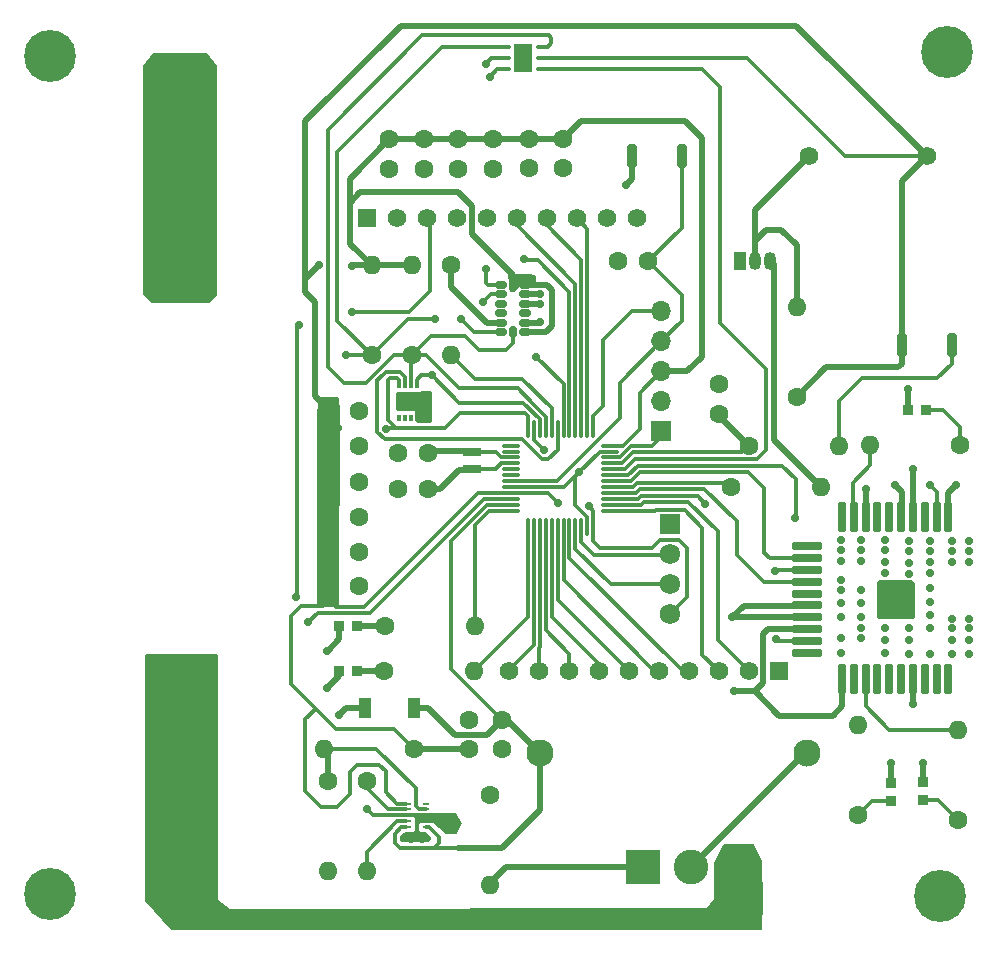
<source format=gtl>
G04 #@! TF.GenerationSoftware,KiCad,Pcbnew,8.0.8*
G04 #@! TF.CreationDate,2025-04-14T10:59:08+01:00*
G04 #@! TF.ProjectId,Bat-mon_v1,4261742d-6d6f-46e5-9f76-312e6b696361,rev?*
G04 #@! TF.SameCoordinates,Original*
G04 #@! TF.FileFunction,Copper,L1,Top*
G04 #@! TF.FilePolarity,Positive*
%FSLAX46Y46*%
G04 Gerber Fmt 4.6, Leading zero omitted, Abs format (unit mm)*
G04 Created by KiCad (PCBNEW 8.0.8) date 2025-04-14 10:59:08*
%MOMM*%
%LPD*%
G01*
G04 APERTURE LIST*
G04 Aperture macros list*
%AMRoundRect*
0 Rectangle with rounded corners*
0 $1 Rounding radius*
0 $2 $3 $4 $5 $6 $7 $8 $9 X,Y pos of 4 corners*
0 Add a 4 corners polygon primitive as box body*
4,1,4,$2,$3,$4,$5,$6,$7,$8,$9,$2,$3,0*
0 Add four circle primitives for the rounded corners*
1,1,$1+$1,$2,$3*
1,1,$1+$1,$4,$5*
1,1,$1+$1,$6,$7*
1,1,$1+$1,$8,$9*
0 Add four rect primitives between the rounded corners*
20,1,$1+$1,$2,$3,$4,$5,0*
20,1,$1+$1,$4,$5,$6,$7,0*
20,1,$1+$1,$6,$7,$8,$9,0*
20,1,$1+$1,$8,$9,$2,$3,0*%
G04 Aperture macros list end*
G04 #@! TA.AperFunction,SMDPad,CuDef*
%ADD10RoundRect,0.200000X-0.200000X-0.200000X0.200000X-0.200000X0.200000X0.200000X-0.200000X0.200000X0*%
G04 #@! TD*
G04 #@! TA.AperFunction,SMDPad,CuDef*
%ADD11RoundRect,0.175000X-0.175000X1.125000X-0.175000X-1.125000X0.175000X-1.125000X0.175000X1.125000X0*%
G04 #@! TD*
G04 #@! TA.AperFunction,SMDPad,CuDef*
%ADD12RoundRect,0.175000X-1.125000X-0.175000X1.125000X-0.175000X1.125000X0.175000X-1.125000X0.175000X0*%
G04 #@! TD*
G04 #@! TA.AperFunction,ComponentPad*
%ADD13C,0.700000*%
G04 #@! TD*
G04 #@! TA.AperFunction,ComponentPad*
%ADD14C,4.400000*%
G04 #@! TD*
G04 #@! TA.AperFunction,ComponentPad*
%ADD15C,1.600000*%
G04 #@! TD*
G04 #@! TA.AperFunction,ComponentPad*
%ADD16O,1.600000X1.600000*%
G04 #@! TD*
G04 #@! TA.AperFunction,SMDPad,CuDef*
%ADD17R,0.950000X0.950000*%
G04 #@! TD*
G04 #@! TA.AperFunction,SMDPad,CuDef*
%ADD18RoundRect,0.075000X-0.662500X-0.075000X0.662500X-0.075000X0.662500X0.075000X-0.662500X0.075000X0*%
G04 #@! TD*
G04 #@! TA.AperFunction,SMDPad,CuDef*
%ADD19RoundRect,0.075000X-0.075000X-0.662500X0.075000X-0.662500X0.075000X0.662500X-0.075000X0.662500X0*%
G04 #@! TD*
G04 #@! TA.AperFunction,ComponentPad*
%ADD20R,1.050000X1.500000*%
G04 #@! TD*
G04 #@! TA.AperFunction,ComponentPad*
%ADD21O,1.050000X1.500000*%
G04 #@! TD*
G04 #@! TA.AperFunction,SMDPad,CuDef*
%ADD22RoundRect,0.100000X-0.200000X-0.100000X0.200000X-0.100000X0.200000X0.100000X-0.200000X0.100000X0*%
G04 #@! TD*
G04 #@! TA.AperFunction,SMDPad,CuDef*
%ADD23R,1.500000X2.400000*%
G04 #@! TD*
G04 #@! TA.AperFunction,SMDPad,CuDef*
%ADD24R,0.300000X0.600000*%
G04 #@! TD*
G04 #@! TA.AperFunction,SMDPad,CuDef*
%ADD25R,1.600000X1.600000*%
G04 #@! TD*
G04 #@! TA.AperFunction,ComponentPad*
%ADD26C,1.580000*%
G04 #@! TD*
G04 #@! TA.AperFunction,SMDPad,CuDef*
%ADD27RoundRect,0.200000X0.200000X0.800000X-0.200000X0.800000X-0.200000X-0.800000X0.200000X-0.800000X0*%
G04 #@! TD*
G04 #@! TA.AperFunction,ComponentPad*
%ADD28C,2.300000*%
G04 #@! TD*
G04 #@! TA.AperFunction,ComponentPad*
%ADD29R,1.575000X1.575000*%
G04 #@! TD*
G04 #@! TA.AperFunction,ComponentPad*
%ADD30C,1.575000*%
G04 #@! TD*
G04 #@! TA.AperFunction,SMDPad,CuDef*
%ADD31R,5.200000X4.240000*%
G04 #@! TD*
G04 #@! TA.AperFunction,SMDPad,CuDef*
%ADD32R,3.300000X4.240000*%
G04 #@! TD*
G04 #@! TA.AperFunction,SMDPad,CuDef*
%ADD33RoundRect,0.200000X-0.200000X-0.800000X0.200000X-0.800000X0.200000X0.800000X-0.200000X0.800000X0*%
G04 #@! TD*
G04 #@! TA.AperFunction,SMDPad,CuDef*
%ADD34R,1.120000X1.720000*%
G04 #@! TD*
G04 #@! TA.AperFunction,ComponentPad*
%ADD35R,1.700000X1.700000*%
G04 #@! TD*
G04 #@! TA.AperFunction,ComponentPad*
%ADD36O,1.700000X1.700000*%
G04 #@! TD*
G04 #@! TA.AperFunction,SMDPad,CuDef*
%ADD37R,0.600000X0.250000*%
G04 #@! TD*
G04 #@! TA.AperFunction,SMDPad,CuDef*
%ADD38R,0.900000X0.250000*%
G04 #@! TD*
G04 #@! TA.AperFunction,SMDPad,CuDef*
%ADD39R,1.300000X0.250000*%
G04 #@! TD*
G04 #@! TA.AperFunction,SMDPad,CuDef*
%ADD40R,1.500000X0.800000*%
G04 #@! TD*
G04 #@! TA.AperFunction,ComponentPad*
%ADD41R,2.925000X2.925000*%
G04 #@! TD*
G04 #@! TA.AperFunction,ComponentPad*
%ADD42C,2.925000*%
G04 #@! TD*
G04 #@! TA.AperFunction,SMDPad,CuDef*
%ADD43RoundRect,0.150000X0.325000X0.150000X-0.325000X0.150000X-0.325000X-0.150000X0.325000X-0.150000X0*%
G04 #@! TD*
G04 #@! TA.AperFunction,SMDPad,CuDef*
%ADD44RoundRect,0.150000X0.150000X0.325000X-0.150000X0.325000X-0.150000X-0.325000X0.150000X-0.325000X0*%
G04 #@! TD*
G04 #@! TA.AperFunction,ComponentPad*
%ADD45R,1.725000X1.725000*%
G04 #@! TD*
G04 #@! TA.AperFunction,ComponentPad*
%ADD46C,1.725000*%
G04 #@! TD*
G04 #@! TA.AperFunction,ViaPad*
%ADD47C,0.700000*%
G04 #@! TD*
G04 #@! TA.AperFunction,Conductor*
%ADD48C,0.300000*%
G04 #@! TD*
G04 #@! TA.AperFunction,Conductor*
%ADD49C,0.500000*%
G04 #@! TD*
G04 #@! TA.AperFunction,Conductor*
%ADD50C,0.200000*%
G04 #@! TD*
G04 APERTURE END LIST*
D10*
X96290000Y-74100000D03*
X97290000Y-74100000D03*
X97290000Y-75100000D03*
X96290000Y-75100000D03*
X95290000Y-75100000D03*
X95290000Y-74100000D03*
X95290000Y-73100000D03*
X96290000Y-73100000D03*
X97290000Y-73100000D03*
D11*
X100700000Y-80800000D03*
X99700000Y-80800000D03*
X98700000Y-80800000D03*
X97700000Y-80800000D03*
X96700000Y-80800000D03*
X95700000Y-80800000D03*
X94700000Y-80800000D03*
X93700000Y-80800000D03*
X92700000Y-80800000D03*
X91700000Y-80800000D03*
D12*
X88700000Y-78600000D03*
X88700000Y-77600000D03*
X88700000Y-76600000D03*
X88700000Y-75600000D03*
X88700000Y-74600000D03*
X88700000Y-73600000D03*
X88700000Y-72600000D03*
X88700000Y-71600000D03*
X88700000Y-70600000D03*
X88700000Y-69600000D03*
D11*
X91700000Y-67100000D03*
X92700000Y-67100000D03*
X93700000Y-67100000D03*
X94700000Y-67100000D03*
X95700000Y-67100000D03*
X96700000Y-67100000D03*
X97700000Y-67100000D03*
X98700000Y-67100000D03*
X99700000Y-67100000D03*
X100700000Y-67100000D03*
D13*
X98350000Y-99200000D03*
X98833274Y-98033274D03*
X98833274Y-100366726D03*
X100000000Y-97550000D03*
D14*
X100000000Y-99200000D03*
D13*
X100000000Y-100850000D03*
X101166726Y-98033274D03*
X101166726Y-100366726D03*
X101650000Y-99200000D03*
D15*
X93026726Y-92336726D03*
D16*
X93026726Y-84716726D03*
D15*
X62866726Y-86791726D03*
X62866726Y-84291726D03*
D13*
X22966726Y-99066726D03*
X23450000Y-97900000D03*
X23450000Y-100233452D03*
X24616726Y-97416726D03*
D14*
X24616726Y-99066726D03*
D13*
X24616726Y-100716726D03*
X25783452Y-97900000D03*
X25783452Y-100233452D03*
X26266726Y-99066726D03*
D17*
X49126726Y-76366726D03*
X50626726Y-76366726D03*
D18*
X63704226Y-61066726D03*
X63704226Y-61566726D03*
X63704226Y-62066726D03*
X63704226Y-62566726D03*
X63704226Y-63066726D03*
X63704226Y-63566726D03*
X63704226Y-64066726D03*
X63704226Y-64566726D03*
X63704226Y-65066726D03*
X63704226Y-65566726D03*
X63704226Y-66066726D03*
X63704226Y-66566726D03*
D19*
X65116726Y-67979226D03*
X65616726Y-67979226D03*
X66116726Y-67979226D03*
X66616726Y-67979226D03*
X67116726Y-67979226D03*
X67616726Y-67979226D03*
X68116726Y-67979226D03*
X68616726Y-67979226D03*
X69116726Y-67979226D03*
X69616726Y-67979226D03*
X70116726Y-67979226D03*
X70616726Y-67979226D03*
D18*
X72029226Y-66566726D03*
X72029226Y-66066726D03*
X72029226Y-65566726D03*
X72029226Y-65066726D03*
X72029226Y-64566726D03*
X72029226Y-64066726D03*
X72029226Y-63566726D03*
X72029226Y-63066726D03*
X72029226Y-62566726D03*
X72029226Y-62066726D03*
X72029226Y-61566726D03*
X72029226Y-61066726D03*
D19*
X70616726Y-59654226D03*
X70116726Y-59654226D03*
X69616726Y-59654226D03*
X69116726Y-59654226D03*
X68616726Y-59654226D03*
X68116726Y-59654226D03*
X67616726Y-59654226D03*
X67116726Y-59654226D03*
X66616726Y-59654226D03*
X66116726Y-59654226D03*
X65616726Y-59654226D03*
X65116726Y-59654226D03*
D20*
X83076726Y-45426726D03*
D21*
X84346726Y-45426726D03*
X85616726Y-45426726D03*
D15*
X53006726Y-76366726D03*
D16*
X60626726Y-76366726D03*
D17*
X95876726Y-89626726D03*
X95876726Y-91126726D03*
D15*
X68066726Y-37566726D03*
X68066726Y-35066726D03*
X50816726Y-58116726D03*
X48316726Y-58116726D03*
X53366726Y-37616726D03*
X53366726Y-35116726D03*
X55466726Y-86716726D03*
D16*
X47846726Y-86716726D03*
D17*
X98566726Y-89576726D03*
X98566726Y-91076726D03*
D22*
X63316726Y-27316726D03*
X63316726Y-28266726D03*
X63316726Y-29216726D03*
X66116726Y-29216726D03*
X66116726Y-28266726D03*
X66116726Y-27316726D03*
D23*
X64716726Y-28266726D03*
D24*
X54216726Y-58716726D03*
X54716726Y-58716726D03*
X55216726Y-58716726D03*
X55716726Y-58716726D03*
X55716726Y-55916726D03*
X55216726Y-55916726D03*
X54716726Y-55916726D03*
X54216726Y-55916726D03*
D25*
X54966726Y-57316726D03*
D15*
X56616726Y-64716726D03*
X54116726Y-64716726D03*
X50816726Y-64116726D03*
X48316726Y-64116726D03*
X50816726Y-61116726D03*
X48316726Y-61116726D03*
X87866726Y-56926726D03*
D16*
X87866726Y-49306726D03*
D15*
X50766726Y-70066726D03*
X48266726Y-70066726D03*
X65216726Y-37566726D03*
X65216726Y-35066726D03*
X51866726Y-53426726D03*
D16*
X51866726Y-45806726D03*
D26*
X98866726Y-36566726D03*
X88866726Y-36566726D03*
D15*
X52946726Y-80116726D03*
D16*
X60566726Y-80116726D03*
D27*
X78116726Y-36566726D03*
X73916726Y-36566726D03*
D15*
X82266726Y-64566726D03*
D16*
X89886726Y-64566726D03*
D15*
X50766726Y-72966726D03*
X48266726Y-72966726D03*
D28*
X66116726Y-87066726D03*
X88716726Y-87066726D03*
D29*
X51436726Y-41816726D03*
D30*
X53976726Y-41816726D03*
X56516726Y-41816726D03*
X59056726Y-41816726D03*
X61596726Y-41816726D03*
X64136726Y-41816726D03*
X66676726Y-41816726D03*
X69216726Y-41816726D03*
X71756726Y-41816726D03*
X74296726Y-41816726D03*
D31*
X35616726Y-46316726D03*
D32*
X35616726Y-30306726D03*
D15*
X56266726Y-37616726D03*
X56266726Y-35116726D03*
X101726726Y-61016726D03*
D16*
X94106726Y-61016726D03*
D15*
X61916726Y-90606726D03*
D16*
X61916726Y-98226726D03*
D33*
X96766726Y-52566726D03*
X100966726Y-52566726D03*
D13*
X98916726Y-27766726D03*
X99400000Y-26600000D03*
X99400000Y-28933452D03*
X100566726Y-26116726D03*
D14*
X100566726Y-27766726D03*
D13*
X100566726Y-29416726D03*
X101733452Y-26600000D03*
X101733452Y-28933452D03*
X102216726Y-27766726D03*
D15*
X59166726Y-37616726D03*
X59166726Y-35116726D03*
D17*
X97316726Y-58016726D03*
X98816726Y-58016726D03*
D13*
X22966726Y-28116726D03*
X23450000Y-26950000D03*
X23450000Y-29283452D03*
X24616726Y-26466726D03*
D14*
X24616726Y-28116726D03*
D13*
X24616726Y-29766726D03*
X25783452Y-26950000D03*
X25783452Y-29283452D03*
X26266726Y-28116726D03*
D34*
X55491726Y-83266726D03*
X51341726Y-83266726D03*
D35*
X76366726Y-59856726D03*
D36*
X76366726Y-57316726D03*
X76366726Y-54776726D03*
X76366726Y-52236726D03*
X76366726Y-49696726D03*
D15*
X62166726Y-37616726D03*
X62166726Y-35116726D03*
D29*
X86346726Y-80166726D03*
D30*
X83806726Y-80166726D03*
X81266726Y-80166726D03*
X78726726Y-80166726D03*
X76186726Y-80166726D03*
X73646726Y-80166726D03*
X71106726Y-80166726D03*
X68566726Y-80166726D03*
X66026726Y-80166726D03*
X63486726Y-80166726D03*
D15*
X60116726Y-84291726D03*
X60116726Y-86791726D03*
X56616726Y-61716726D03*
X54116726Y-61716726D03*
X55266726Y-53426726D03*
D16*
X55266726Y-45806726D03*
D15*
X81266726Y-55866726D03*
X81266726Y-58366726D03*
D37*
X56466726Y-93366726D03*
X56466726Y-92866726D03*
X56466726Y-92366726D03*
X56466726Y-91866726D03*
X56466726Y-91366726D03*
D38*
X54816726Y-91366726D03*
X54816726Y-91866726D03*
D39*
X55016726Y-92366726D03*
D38*
X54816726Y-92866726D03*
X54816726Y-93366726D03*
D17*
X49126726Y-80116726D03*
X50626726Y-80116726D03*
D40*
X60366726Y-61566726D03*
X60366726Y-63066726D03*
D41*
X74886726Y-96716726D03*
D42*
X78886726Y-96716726D03*
X82886726Y-96716726D03*
D15*
X58616726Y-45756726D03*
D16*
X58616726Y-53376726D03*
D15*
X51466726Y-89496726D03*
D16*
X51466726Y-97116726D03*
D31*
X35616726Y-81306726D03*
D32*
X35616726Y-97316726D03*
D43*
X64816726Y-51466726D03*
X64816726Y-50666726D03*
X64816726Y-49866726D03*
X64816726Y-49066726D03*
X64816726Y-48266726D03*
X64816726Y-47466726D03*
D44*
X63816726Y-47466726D03*
D43*
X62816726Y-47466726D03*
X62816726Y-48266726D03*
X62816726Y-49066726D03*
X62816726Y-49866726D03*
X62816726Y-50666726D03*
X62816726Y-51466726D03*
D44*
X63816726Y-51466726D03*
D15*
X83806726Y-61066726D03*
D16*
X91426726Y-61066726D03*
D15*
X75266726Y-45466726D03*
X72766726Y-45466726D03*
X101516726Y-92736726D03*
D16*
X101516726Y-85116726D03*
D15*
X48216726Y-89496726D03*
D16*
X48216726Y-97116726D03*
D45*
X77116726Y-67736726D03*
D46*
X77116726Y-70276726D03*
X77116726Y-72816726D03*
X77116726Y-75356726D03*
D15*
X50766726Y-67066726D03*
X48266726Y-67066726D03*
D47*
X57266726Y-50316726D03*
X59416726Y-50316726D03*
X56966726Y-55116726D03*
X49716726Y-53416726D03*
X99166726Y-75400000D03*
X99166726Y-74266726D03*
X66116726Y-48266726D03*
X49066726Y-83866726D03*
X100966726Y-70916726D03*
X93316726Y-73316726D03*
X99166726Y-71866726D03*
X100966726Y-77550000D03*
X33516726Y-33366726D03*
X37816726Y-35366726D03*
X97300000Y-73100000D03*
X48066726Y-78416726D03*
X56166726Y-94341726D03*
X56516726Y-56866726D03*
X99166726Y-69100000D03*
X95876726Y-87976726D03*
X97300000Y-74100000D03*
X100966726Y-78666726D03*
X97366726Y-76516726D03*
X102466726Y-70916726D03*
X91616726Y-72416726D03*
X95300000Y-74100000D03*
X35566726Y-33366726D03*
X35566726Y-35366726D03*
X35566726Y-38266726D03*
X33516726Y-35366726D03*
X98566726Y-87976726D03*
X91616726Y-77316726D03*
X91616726Y-70866726D03*
X91616726Y-69050000D03*
X37816726Y-38266726D03*
X97366726Y-77516726D03*
X37816726Y-33366726D03*
X95316726Y-71866726D03*
X102466726Y-78666726D03*
X97366726Y-69966726D03*
X91616726Y-73316726D03*
X97366726Y-71916726D03*
X95300000Y-75100000D03*
X96300000Y-74100000D03*
X91616726Y-75566726D03*
X93316726Y-77316726D03*
X100966726Y-69966726D03*
X35566726Y-40766726D03*
X99166726Y-76516726D03*
X91616726Y-69916726D03*
X102466726Y-77550000D03*
X100966726Y-75716726D03*
X58766726Y-92641726D03*
X66466726Y-61416726D03*
X37816726Y-40766726D03*
X96300000Y-73100000D03*
X33516726Y-40766726D03*
X99166726Y-73116726D03*
X73366726Y-39016726D03*
X95316726Y-69916726D03*
X97700000Y-82900000D03*
X100966726Y-76516726D03*
X56516726Y-57716726D03*
X97366726Y-70966726D03*
X93316726Y-69050000D03*
X97366726Y-78666726D03*
X91616726Y-74366726D03*
X55166726Y-94341726D03*
X48066726Y-81616726D03*
X37816726Y-43266726D03*
X82516726Y-81866726D03*
X102466726Y-76516726D03*
X99166726Y-78666726D03*
X102466726Y-75716726D03*
X95316726Y-69050000D03*
X69416726Y-63333274D03*
X95316726Y-78616726D03*
X102466726Y-69966726D03*
X99166726Y-69966726D03*
X93316726Y-70866726D03*
X91616726Y-78616726D03*
X66116726Y-50616726D03*
X61866726Y-29866726D03*
X33516726Y-43266726D03*
X96300000Y-75100000D03*
X95316726Y-76466726D03*
X66116726Y-49066726D03*
X95316726Y-70916726D03*
X93700000Y-64700000D03*
X61566726Y-28716726D03*
X93316726Y-75566726D03*
X97316726Y-56266726D03*
X33516726Y-38266726D03*
X95316726Y-77516726D03*
X56516726Y-58616726D03*
X95300000Y-73100000D03*
X58541726Y-93416726D03*
X93316726Y-69916726D03*
X101350000Y-64400000D03*
X96150000Y-64400000D03*
X35566726Y-43266726D03*
X99166726Y-70916726D03*
X93316726Y-76466726D03*
X97366726Y-69100000D03*
X100966726Y-69100000D03*
X97300000Y-75100000D03*
X102466726Y-69100000D03*
X51516726Y-91866726D03*
X93316726Y-74366726D03*
X50216726Y-45816726D03*
X97666726Y-63016726D03*
X70266726Y-66216726D03*
X47416726Y-45766726D03*
X82366726Y-75616726D03*
X67633452Y-65900000D03*
X49016726Y-59566726D03*
X53066726Y-59616726D03*
X86141726Y-77416726D03*
X87716726Y-67216726D03*
X46516726Y-76016726D03*
X50166726Y-49716726D03*
X45466726Y-73866726D03*
X45691726Y-50841726D03*
X80116726Y-65966726D03*
X99116726Y-64366726D03*
X86016726Y-71716726D03*
X61316726Y-48916726D03*
X65766726Y-53566726D03*
X64766726Y-45266726D03*
X61516726Y-46116726D03*
D48*
X70616726Y-66566726D02*
X70616726Y-67979226D01*
X70266726Y-66216726D02*
X70616726Y-66566726D01*
X66800178Y-65066726D02*
X63704226Y-65066726D01*
X67633452Y-65900000D02*
X66800178Y-65066726D01*
X70116726Y-67138606D02*
X70116726Y-67979226D01*
X69066726Y-66088606D02*
X70116726Y-67138606D01*
X69416726Y-63333274D02*
X69066726Y-63683274D01*
X69416726Y-63333274D02*
X68183274Y-64566726D01*
X71183274Y-61566726D02*
X72029226Y-61566726D01*
X69416726Y-63333274D02*
X71183274Y-61566726D01*
X69066726Y-63683274D02*
X69066726Y-66088606D01*
X68183274Y-64566726D02*
X63704226Y-64566726D01*
D49*
X48200000Y-87070000D02*
X47846726Y-86716726D01*
X48216726Y-89496726D02*
X48200000Y-89480000D01*
X48200000Y-89480000D02*
X48200000Y-87070000D01*
X97700000Y-82900000D02*
X97700000Y-80850000D01*
D48*
X93700000Y-83100000D02*
X93700000Y-80900000D01*
X95716726Y-85116726D02*
X93700000Y-83100000D01*
X101516726Y-85116726D02*
X95716726Y-85116726D01*
D49*
X93700000Y-64700000D02*
X93700000Y-66733452D01*
X96750000Y-65000000D02*
X96750000Y-67283452D01*
X96150000Y-64400000D02*
X96750000Y-65000000D01*
X100700000Y-65050000D02*
X100700000Y-67383452D01*
X101350000Y-64400000D02*
X100700000Y-65050000D01*
D48*
X99700000Y-64950000D02*
X99700000Y-66733452D01*
X99116726Y-64366726D02*
X99700000Y-64950000D01*
D49*
X97666726Y-63016726D02*
X97700000Y-63050000D01*
X97700000Y-63050000D02*
X97700000Y-67283452D01*
X91700000Y-83133452D02*
X91700000Y-80900000D01*
X90916726Y-83916726D02*
X91700000Y-83133452D01*
X86366726Y-83916726D02*
X90916726Y-83916726D01*
X84316726Y-81866726D02*
X86366726Y-83916726D01*
X50626726Y-80116726D02*
X52946726Y-80116726D01*
X50626726Y-76366726D02*
X53006726Y-76366726D01*
D48*
X55866726Y-91866726D02*
X55616726Y-91616726D01*
X52266726Y-86716726D02*
X47846726Y-86716726D01*
X56466726Y-91866726D02*
X55866726Y-91866726D01*
X55616726Y-90066726D02*
X52266726Y-86716726D01*
X55616726Y-91616726D02*
X55616726Y-90066726D01*
X54816726Y-92866726D02*
X54041726Y-92866726D01*
X54041726Y-92866726D02*
X51466726Y-95441726D01*
X51466726Y-95441726D02*
X51466726Y-97116726D01*
X53291726Y-91866726D02*
X51466726Y-90041726D01*
X51466726Y-90041726D02*
X51466726Y-89496726D01*
X54816726Y-91866726D02*
X53291726Y-91866726D01*
X52966726Y-60516726D02*
X64563275Y-60516726D01*
X66842886Y-62225587D02*
X67616726Y-61451747D01*
X64563275Y-60516726D02*
X66272136Y-62225587D01*
X54716726Y-55266726D02*
X54266726Y-54816726D01*
X52813833Y-55076726D02*
X52806726Y-55076726D01*
X54266726Y-54816726D02*
X53073833Y-54816726D01*
X52366726Y-55516726D02*
X52366726Y-59916726D01*
X54716726Y-55916726D02*
X54716726Y-55266726D01*
X52806726Y-55076726D02*
X52366726Y-55516726D01*
X67616726Y-61451747D02*
X67616726Y-59654226D01*
X66272136Y-62225587D02*
X66842886Y-62225587D01*
X53073833Y-54816726D02*
X52813833Y-55076726D01*
X52366726Y-59916726D02*
X52966726Y-60516726D01*
X48966726Y-36216726D02*
X48966726Y-50516726D01*
X56966726Y-55116726D02*
X59266726Y-57416726D01*
X64719846Y-57416726D02*
X66116726Y-58813606D01*
X57066726Y-50316726D02*
X57266726Y-50316726D01*
X56066726Y-55116726D02*
X56966726Y-55116726D01*
X48966726Y-50516726D02*
X51866726Y-53416726D01*
X55716726Y-55466726D02*
X56066726Y-55116726D01*
X51856726Y-53416726D02*
X51866726Y-53426726D01*
X54976726Y-50316726D02*
X57066726Y-50316726D01*
X57866726Y-27316726D02*
X48966726Y-36216726D01*
X55716726Y-55916726D02*
X55716726Y-55466726D01*
X59416726Y-50316726D02*
X60566726Y-51466726D01*
X51866726Y-53426726D02*
X54976726Y-50316726D01*
X51866726Y-53416726D02*
X51866726Y-53426726D01*
X66116726Y-58813606D02*
X66116726Y-59654226D01*
X63316726Y-27316726D02*
X57866726Y-27316726D01*
X60566726Y-51466726D02*
X62816726Y-51466726D01*
X49716726Y-53416726D02*
X51856726Y-53416726D01*
X59266726Y-57416726D02*
X64719846Y-57416726D01*
X59266726Y-56216726D02*
X64226953Y-56216726D01*
X63266726Y-52966726D02*
X63816726Y-52416726D01*
X64226953Y-56216726D02*
X65526953Y-57516726D01*
X48166726Y-34316726D02*
X48166726Y-54366726D01*
X67066726Y-27016726D02*
X67066726Y-26516726D01*
X66616726Y-58606499D02*
X66616726Y-59654226D01*
X55216726Y-53476726D02*
X55266726Y-53426726D01*
X55256726Y-53416726D02*
X55266726Y-53426726D01*
X60966726Y-52966726D02*
X63266726Y-52966726D01*
X66116726Y-27316726D02*
X66766726Y-27316726D01*
X67066726Y-26516726D02*
X66866726Y-26316726D01*
X66866726Y-26316726D02*
X56166726Y-26316726D01*
X66766726Y-27316726D02*
X67066726Y-27016726D01*
X55266726Y-53426726D02*
X56926726Y-51766726D01*
X48166726Y-54366726D02*
X49566726Y-55766726D01*
X65526953Y-57516726D02*
X66616726Y-58606499D01*
X52599619Y-54576726D02*
X52606726Y-54576726D01*
X63816726Y-52416726D02*
X63816726Y-51466726D01*
X53766726Y-53416726D02*
X55256726Y-53416726D01*
X51409619Y-55766726D02*
X52599619Y-54576726D01*
X59766726Y-51766726D02*
X60966726Y-52966726D01*
X55216726Y-55916726D02*
X55216726Y-53476726D01*
X56166726Y-26316726D02*
X48166726Y-34316726D01*
X56926726Y-51766726D02*
X59766726Y-51766726D01*
X55266726Y-53426726D02*
X56476726Y-53426726D01*
X52606726Y-54576726D02*
X53766726Y-53416726D01*
X56476726Y-53426726D02*
X59266726Y-56216726D01*
X49566726Y-55766726D02*
X51409619Y-55766726D01*
X69616726Y-69266726D02*
X70666726Y-70316726D01*
X69616726Y-67979226D02*
X69616726Y-69266726D01*
X70666726Y-70316726D02*
X77076726Y-70316726D01*
X77076726Y-70316726D02*
X77116726Y-70276726D01*
X69116726Y-67979226D02*
X69116726Y-69816726D01*
X69116726Y-69816726D02*
X72116726Y-72816726D01*
X72116726Y-72816726D02*
X77116726Y-72816726D01*
X75946726Y-66524226D02*
X78374226Y-66524226D01*
X79866726Y-68016726D02*
X79866726Y-78766726D01*
X78374226Y-66524226D02*
X79866726Y-68016726D01*
X72029226Y-66566726D02*
X75904226Y-66566726D01*
X81266726Y-80166726D02*
X81536726Y-80166726D01*
X81536726Y-80166726D02*
X81686726Y-80016726D01*
X75904226Y-66566726D02*
X75946726Y-66524226D01*
X79866726Y-78766726D02*
X81266726Y-80166726D01*
X74902261Y-65816726D02*
X74652261Y-66066726D01*
X74652261Y-66066726D02*
X72029226Y-66066726D01*
X84226726Y-80016726D02*
X84076726Y-80166726D01*
X78666726Y-65816726D02*
X74902261Y-65816726D01*
X81166726Y-68316726D02*
X78666726Y-65816726D01*
X81166726Y-77526726D02*
X81166726Y-68316726D01*
X83806726Y-80166726D02*
X81166726Y-77526726D01*
X84076726Y-80166726D02*
X83806726Y-80166726D01*
X65616726Y-67979226D02*
X65616726Y-77929619D01*
X65616726Y-77929619D02*
X63486726Y-80059619D01*
X63486726Y-80059619D02*
X63486726Y-80166726D01*
X68566726Y-78666726D02*
X68566726Y-80166726D01*
X66616726Y-67979226D02*
X66616726Y-76716726D01*
X66616726Y-76716726D02*
X68566726Y-78666726D01*
X66116726Y-67979226D02*
X66116726Y-78136726D01*
X66666726Y-80066726D02*
X66616726Y-80016726D01*
X66116726Y-78136726D02*
X66026726Y-78226726D01*
X66026726Y-78226726D02*
X66026726Y-80166726D01*
X70116726Y-42716726D02*
X69216726Y-41816726D01*
X70116726Y-59654226D02*
X70116726Y-42716726D01*
X67116726Y-67979226D02*
X67116726Y-75566726D01*
X71106726Y-79556726D02*
X71106726Y-80166726D01*
X67116726Y-75566726D02*
X71106726Y-79556726D01*
X68116726Y-72466726D02*
X75816726Y-80166726D01*
X75816726Y-80166726D02*
X76186726Y-80166726D01*
X76186726Y-80166726D02*
X76456726Y-80166726D01*
X68116726Y-67979226D02*
X68116726Y-72466726D01*
X78216726Y-80166726D02*
X78726726Y-80166726D01*
X68616726Y-67979226D02*
X68616726Y-70566726D01*
X68616726Y-70566726D02*
X78216726Y-80166726D01*
X78726726Y-80166726D02*
X78996726Y-80166726D01*
X78996726Y-80166726D02*
X79146726Y-80016726D01*
X64136726Y-42386726D02*
X64136726Y-41816726D01*
X69116726Y-47366726D02*
X64136726Y-42386726D01*
X69116726Y-59654226D02*
X69116726Y-47366726D01*
X67616726Y-74116726D02*
X73646726Y-80146726D01*
X67616726Y-67979226D02*
X67616726Y-74116726D01*
X73646726Y-80146726D02*
X73646726Y-80166726D01*
X69616726Y-45316726D02*
X66676726Y-42376726D01*
X66676726Y-42376726D02*
X66676726Y-41816726D01*
X69616726Y-59654226D02*
X69616726Y-45316726D01*
D49*
X85916726Y-60596726D02*
X89886726Y-64566726D01*
X85616726Y-45426726D02*
X85916726Y-45726726D01*
X85916726Y-45726726D02*
X85916726Y-60596726D01*
D48*
X60566726Y-80116726D02*
X65116726Y-75566726D01*
X65116726Y-75566726D02*
X65116726Y-67979226D01*
X72869846Y-62066726D02*
X73819846Y-61116726D01*
X73819846Y-61116726D02*
X75566726Y-61116726D01*
X75566726Y-61116726D02*
X76366726Y-60316726D01*
X76366726Y-60316726D02*
X76366726Y-59856726D01*
X72029226Y-62066726D02*
X72869846Y-62066726D01*
X60626726Y-67756726D02*
X60626726Y-76366726D01*
X63704226Y-66566726D02*
X61816726Y-66566726D01*
X61816726Y-66566726D02*
X60626726Y-67756726D01*
X73284060Y-63066726D02*
X74134060Y-62216726D01*
X74134060Y-62216726D02*
X84466726Y-62216726D01*
X85266726Y-61416726D02*
X85266726Y-54566726D01*
X72029226Y-63066726D02*
X73284060Y-63066726D01*
X85266726Y-54566726D02*
X81366726Y-50666726D01*
X79866726Y-29216726D02*
X66116726Y-29216726D01*
X81366726Y-50666726D02*
X81366726Y-30716726D01*
X81366726Y-30716726D02*
X79866726Y-29216726D01*
X84466726Y-62216726D02*
X85266726Y-61416726D01*
X71466726Y-57716726D02*
X71466726Y-52116726D01*
X70616726Y-59654226D02*
X70616726Y-58566726D01*
X73886726Y-49696726D02*
X76366726Y-49696726D01*
X71466726Y-52116726D02*
X73886726Y-49696726D01*
X70616726Y-58566726D02*
X71466726Y-57716726D01*
X74030941Y-64566726D02*
X74380941Y-64216726D01*
X81916726Y-64216726D02*
X82266726Y-64566726D01*
X72029226Y-64566726D02*
X74030941Y-64566726D01*
X74380941Y-64216726D02*
X81916726Y-64216726D01*
X62366726Y-63063606D02*
X62363606Y-63066726D01*
X62366726Y-63063606D02*
X62366726Y-63066726D01*
X62363606Y-63066726D02*
X60366726Y-63066726D01*
D49*
X57666726Y-64716726D02*
X59266726Y-63116726D01*
D48*
X63704226Y-62566726D02*
X62863606Y-62566726D01*
D49*
X59266726Y-63116726D02*
X60316726Y-63116726D01*
X56616726Y-64716726D02*
X57666726Y-64716726D01*
D48*
X62863606Y-62566726D02*
X62366726Y-63063606D01*
D49*
X60316726Y-63116726D02*
X60366726Y-63066726D01*
D48*
X72866726Y-55736726D02*
X72866726Y-58744846D01*
X67544846Y-64066726D02*
X63704226Y-64066726D01*
X72866726Y-58744846D02*
X67544846Y-64066726D01*
X76366726Y-52236726D02*
X78116726Y-50486726D01*
X76366726Y-52236726D02*
X72866726Y-55736726D01*
X78116726Y-42616726D02*
X78116726Y-36566726D01*
X78116726Y-50486726D02*
X78116726Y-48316726D01*
X78116726Y-48316726D02*
X75266726Y-45466726D01*
X75266726Y-45466726D02*
X78116726Y-42616726D01*
X62863606Y-62066726D02*
X62363606Y-61566726D01*
X63704226Y-62066726D02*
X62863606Y-62066726D01*
X56766726Y-61566726D02*
X56616726Y-61716726D01*
D49*
X56816726Y-61516726D02*
X60316726Y-61516726D01*
X56616726Y-61716726D02*
X56816726Y-61516726D01*
D48*
X62363606Y-61566726D02*
X60366726Y-61566726D01*
X64616726Y-55416726D02*
X67116726Y-57916726D01*
X67116726Y-57916726D02*
X67116726Y-59654226D01*
X60636726Y-55416726D02*
X64616726Y-55416726D01*
X58616726Y-53396726D02*
X60636726Y-55416726D01*
X58616726Y-53376726D02*
X58616726Y-53396726D01*
X73076954Y-62566726D02*
X72029226Y-62566726D01*
D49*
X83806726Y-61066726D02*
X81266726Y-58526726D01*
D48*
X74026954Y-61616726D02*
X73076954Y-62566726D01*
D49*
X81266726Y-58526726D02*
X81266726Y-58366726D01*
D48*
X83256726Y-61616726D02*
X74026954Y-61616726D01*
X83806726Y-61066726D02*
X83256726Y-61616726D01*
X91426726Y-61066726D02*
X91426726Y-57256726D01*
X91426726Y-57256726D02*
X93366726Y-55316726D01*
X93366726Y-55316726D02*
X99766726Y-55316726D01*
X99766726Y-55316726D02*
X100966726Y-54116726D01*
X100966726Y-54116726D02*
X100966726Y-52566726D01*
D49*
X84346726Y-41086726D02*
X88866726Y-36566726D01*
X84346726Y-45426726D02*
X84346726Y-41086726D01*
X87866726Y-49306726D02*
X87866726Y-44116726D01*
X84346726Y-43736726D02*
X84346726Y-45426726D01*
X87866726Y-44116726D02*
X86566726Y-42816726D01*
X86566726Y-42816726D02*
X85266726Y-42816726D01*
X85266726Y-42816726D02*
X84346726Y-43736726D01*
D48*
X52016726Y-92366726D02*
X55016726Y-92366726D01*
D49*
X62816726Y-50666726D02*
X61666726Y-50666726D01*
D48*
X58491726Y-92366726D02*
X56466726Y-92366726D01*
X55716726Y-92991726D02*
X55716726Y-93891726D01*
X55716726Y-58716726D02*
X55716726Y-58066726D01*
X55716726Y-58066726D02*
X54966726Y-57316726D01*
X58766726Y-92641726D02*
X58491726Y-92366726D01*
D49*
X64816726Y-48266726D02*
X66116726Y-48266726D01*
X98566726Y-89576726D02*
X98566726Y-87976726D01*
D48*
X56466726Y-92866726D02*
X55841726Y-92866726D01*
X55941726Y-94341726D02*
X56166726Y-94341726D01*
D49*
X85466726Y-76616726D02*
X85044226Y-77039226D01*
X97316726Y-58016726D02*
X97316726Y-56266726D01*
X73916726Y-38466726D02*
X73366726Y-39016726D01*
D48*
X66466726Y-61416726D02*
X65616726Y-60566726D01*
X62516726Y-29216726D02*
X61866726Y-29866726D01*
D49*
X64816726Y-50666726D02*
X66066726Y-50666726D01*
X48066726Y-81616726D02*
X49126726Y-80556726D01*
D48*
X55841726Y-92866726D02*
X55716726Y-92991726D01*
D49*
X73916726Y-36566726D02*
X73916726Y-38466726D01*
X50266726Y-83266726D02*
X49666726Y-83266726D01*
X50266726Y-83266726D02*
X51341726Y-83266726D01*
D48*
X56216726Y-92866726D02*
X55716726Y-92366726D01*
D49*
X48066726Y-78416726D02*
X48166726Y-78416726D01*
X61666726Y-50666726D02*
X58616726Y-47616726D01*
X49126726Y-80556726D02*
X49126726Y-80116726D01*
D48*
X55716726Y-94116726D02*
X55941726Y-94341726D01*
D49*
X58616726Y-47616726D02*
X58616726Y-45756726D01*
X89266726Y-76616726D02*
X85466726Y-76616726D01*
X66066726Y-50666726D02*
X66116726Y-50616726D01*
D48*
X58541726Y-93416726D02*
X57991726Y-92866726D01*
D49*
X85044226Y-77039226D02*
X85044226Y-81139226D01*
X49666726Y-83266726D02*
X49066726Y-83866726D01*
D48*
X56466726Y-92866726D02*
X56216726Y-92866726D01*
X62016726Y-28266726D02*
X63316726Y-28266726D01*
X55716726Y-94016726D02*
X55391726Y-94341726D01*
D49*
X84316726Y-81866726D02*
X82516726Y-81866726D01*
X95876726Y-89626726D02*
X95876726Y-87976726D01*
D48*
X57991726Y-92866726D02*
X56466726Y-92866726D01*
X55716726Y-93891726D02*
X55716726Y-94116726D01*
X65616726Y-60566726D02*
X65616726Y-59654226D01*
X63316726Y-29216726D02*
X62516726Y-29216726D01*
X55016726Y-92366726D02*
X55716726Y-92366726D01*
X55716726Y-92366726D02*
X56466726Y-92366726D01*
D49*
X85044226Y-81139226D02*
X84316726Y-81866726D01*
D48*
X55716726Y-93891726D02*
X55716726Y-94016726D01*
X55391726Y-94341726D02*
X55166726Y-94341726D01*
D49*
X35616726Y-46316726D02*
X37016726Y-47716726D01*
X49126726Y-77456726D02*
X49126726Y-76366726D01*
D48*
X51516726Y-91866726D02*
X52016726Y-92366726D01*
X61566726Y-28716726D02*
X62016726Y-28266726D01*
D49*
X64816726Y-49066726D02*
X66116726Y-49066726D01*
X48166726Y-78416726D02*
X49126726Y-77456726D01*
X78366726Y-33566726D02*
X69566726Y-33566726D01*
D48*
X91916726Y-36566726D02*
X98866726Y-36566726D01*
X48841726Y-85016726D02*
X53766726Y-85016726D01*
D49*
X63816726Y-47466726D02*
X63816726Y-46616726D01*
X89266726Y-75616726D02*
X82366726Y-75616726D01*
D48*
X48866726Y-74716726D02*
X48266726Y-74116726D01*
D49*
X65216726Y-35066726D02*
X68066726Y-35066726D01*
X50916726Y-39616726D02*
X50016726Y-40516726D01*
D48*
X50016726Y-90591726D02*
X48966726Y-91641726D01*
X66116726Y-28266726D02*
X83616726Y-28266726D01*
D49*
X87816726Y-25516726D02*
X54366726Y-25516726D01*
D48*
X47166726Y-83341726D02*
X48841726Y-85016726D01*
D49*
X53366726Y-35116726D02*
X50016726Y-38466726D01*
X48266726Y-70066726D02*
X48266726Y-72966726D01*
D48*
X63704226Y-65066726D02*
X60916726Y-65066726D01*
X53266726Y-55516726D02*
X53466726Y-55316726D01*
X49016726Y-59566726D02*
X49016726Y-58816726D01*
X60916726Y-65066726D02*
X51266726Y-74716726D01*
D49*
X96766726Y-52566726D02*
X96766726Y-38666726D01*
D48*
X49016726Y-58816726D02*
X48316726Y-58116726D01*
D49*
X46266726Y-33616726D02*
X46266726Y-48066726D01*
X66666726Y-51466726D02*
X67166726Y-50966726D01*
X60359226Y-40759226D02*
X59216726Y-39616726D01*
X67166726Y-50966726D02*
X67166726Y-47916726D01*
X79816726Y-53566726D02*
X79816726Y-35016726D01*
X60116726Y-86791726D02*
X60041726Y-86716726D01*
D48*
X78566726Y-73906726D02*
X77116726Y-75356726D01*
X76266726Y-69016726D02*
X77866726Y-69016726D01*
D49*
X59216726Y-39616726D02*
X50916726Y-39616726D01*
D48*
X73162740Y-61066726D02*
X74566726Y-59662740D01*
X75566726Y-69716726D02*
X76266726Y-69016726D01*
D49*
X48266726Y-67066726D02*
X48266726Y-70066726D01*
D48*
X48966726Y-91641726D02*
X47566726Y-91641726D01*
X54816726Y-91366726D02*
X54050848Y-91366726D01*
D49*
X54366726Y-25516726D02*
X46266726Y-33616726D01*
D48*
X74566726Y-56576726D02*
X76366726Y-54776726D01*
X54059620Y-55316726D02*
X54216726Y-55473832D01*
X71166726Y-69716726D02*
X75566726Y-69716726D01*
D49*
X50226726Y-45806726D02*
X50216726Y-45816726D01*
X65166726Y-35116726D02*
X65216726Y-35066726D01*
X96766726Y-52566726D02*
X96766726Y-54116726D01*
D48*
X47566726Y-91641726D02*
X46266726Y-90341726D01*
X78566726Y-69716726D02*
X78566726Y-73906726D01*
D49*
X59866726Y-87041726D02*
X60116726Y-86791726D01*
X47066726Y-48866726D02*
X47066726Y-56866726D01*
D48*
X47716726Y-74666726D02*
X45916726Y-74666726D01*
D49*
X48316726Y-58116726D02*
X48316726Y-61116726D01*
D48*
X54216726Y-55473832D02*
X54216726Y-55916726D01*
X54050848Y-91366726D02*
X53066726Y-90382604D01*
X58116726Y-59566726D02*
X53916726Y-59566726D01*
X45066726Y-75516726D02*
X45066726Y-81241726D01*
X77866726Y-69016726D02*
X78566726Y-69716726D01*
D49*
X96766726Y-54116726D02*
X96466726Y-54416726D01*
X50016726Y-38466726D02*
X50016726Y-43956726D01*
X76366726Y-54776726D02*
X78606726Y-54776726D01*
X60041726Y-86716726D02*
X55466726Y-86716726D01*
D48*
X53916726Y-59566726D02*
X53116726Y-59566726D01*
D49*
X62166726Y-35116726D02*
X59166726Y-35116726D01*
D48*
X46266726Y-84241726D02*
X47166726Y-83341726D01*
X50616726Y-88066726D02*
X50016726Y-88666726D01*
D49*
X48316726Y-64116726D02*
X48316726Y-67016726D01*
X83366726Y-74616726D02*
X89266726Y-74616726D01*
D48*
X64866726Y-58316726D02*
X59366726Y-58316726D01*
D49*
X50016726Y-40516726D02*
X50016726Y-42716726D01*
X60359226Y-43159226D02*
X60359226Y-40759226D01*
X46266726Y-48066726D02*
X47066726Y-48866726D01*
X48316726Y-67016726D02*
X48266726Y-67066726D01*
D48*
X51266726Y-74716726D02*
X48866726Y-74716726D01*
X65116726Y-58566726D02*
X64866726Y-58316726D01*
D49*
X96466726Y-54416726D02*
X90376726Y-54416726D01*
D48*
X50016726Y-88666726D02*
X50016726Y-90591726D01*
D49*
X98866726Y-36566726D02*
X87816726Y-25516726D01*
X62166726Y-35116726D02*
X65166726Y-35116726D01*
D48*
X53266726Y-58916726D02*
X53266726Y-55516726D01*
X52516726Y-88066726D02*
X50616726Y-88066726D01*
D49*
X48316726Y-61116726D02*
X48316726Y-64116726D01*
D48*
X53766726Y-85016726D02*
X55466726Y-86716726D01*
X46266726Y-90341726D02*
X46266726Y-84241726D01*
D49*
X47066726Y-56866726D02*
X48316726Y-58116726D01*
X67166726Y-47916726D02*
X66716726Y-47466726D01*
X78606726Y-54776726D02*
X79816726Y-53566726D01*
X51866726Y-45806726D02*
X50226726Y-45806726D01*
D48*
X53116726Y-59566726D02*
X53066726Y-59616726D01*
X48266726Y-72966726D02*
X48266726Y-74116726D01*
D49*
X56266726Y-35116726D02*
X53366726Y-35116726D01*
X55266726Y-45806726D02*
X51866726Y-45806726D01*
X46266726Y-46916726D02*
X46266726Y-48066726D01*
X47416726Y-45766726D02*
X46266726Y-46916726D01*
D48*
X53466726Y-55316726D02*
X54059620Y-55316726D01*
X53066726Y-88616726D02*
X52516726Y-88066726D01*
D49*
X90376726Y-54416726D02*
X87866726Y-56926726D01*
D48*
X45066726Y-81241726D02*
X47166726Y-83341726D01*
X70616726Y-67979226D02*
X70616726Y-69166726D01*
D49*
X63816726Y-46616726D02*
X60359226Y-43159226D01*
D48*
X70616726Y-69166726D02*
X71166726Y-69716726D01*
D49*
X59166726Y-35116726D02*
X56266726Y-35116726D01*
D48*
X59366726Y-58316726D02*
X58116726Y-59566726D01*
D49*
X50016726Y-43956726D02*
X51866726Y-45806726D01*
D48*
X74566726Y-59662740D02*
X74566726Y-56576726D01*
X65116726Y-59654226D02*
X65116726Y-58566726D01*
D49*
X82366726Y-75616726D02*
X83366726Y-74616726D01*
D48*
X83616726Y-28266726D02*
X91916726Y-36566726D01*
X45916726Y-74666726D02*
X45066726Y-75516726D01*
D49*
X96766726Y-38666726D02*
X98866726Y-36566726D01*
D48*
X48266726Y-74116726D02*
X47716726Y-74666726D01*
D49*
X69566726Y-33566726D02*
X68066726Y-35066726D01*
D48*
X72029226Y-61066726D02*
X73162740Y-61066726D01*
D49*
X79816726Y-35016726D02*
X78366726Y-33566726D01*
D48*
X53916726Y-59566726D02*
X53266726Y-58916726D01*
D49*
X66716726Y-47466726D02*
X64816726Y-47466726D01*
D48*
X53066726Y-90382604D02*
X53066726Y-88616726D01*
D49*
X64816726Y-51466726D02*
X66666726Y-51466726D01*
D48*
X73823834Y-64066726D02*
X74623834Y-63266726D01*
X85116726Y-70116726D02*
X85616726Y-70616726D01*
X83766726Y-63266726D02*
X85116726Y-64616726D01*
X72029226Y-64066726D02*
X73823834Y-64066726D01*
X85616726Y-70616726D02*
X88616726Y-70616726D01*
X74623834Y-63266726D02*
X83766726Y-63266726D01*
X88869414Y-70616726D02*
X89266726Y-70616726D01*
X85116726Y-64616726D02*
X85116726Y-70116726D01*
X88066726Y-70616726D02*
X89266726Y-70616726D01*
X87766726Y-63916726D02*
X86616726Y-62766726D01*
X86616726Y-62766726D02*
X74416726Y-62766726D01*
X86341726Y-77616726D02*
X89266726Y-77616726D01*
X87716726Y-67216726D02*
X87766726Y-67166726D01*
X87766726Y-67166726D02*
X87766726Y-63916726D01*
X73616726Y-63566726D02*
X72029226Y-63566726D01*
X74416726Y-62766726D02*
X73616726Y-63566726D01*
X86141726Y-77416726D02*
X86341726Y-77616726D01*
X63704226Y-66066726D02*
X61609619Y-66066726D01*
X56691726Y-93366726D02*
X56466726Y-93366726D01*
X53816726Y-94691726D02*
X54241726Y-95116726D01*
D49*
X59166726Y-95116726D02*
X62916726Y-95116726D01*
D48*
X53816726Y-93941726D02*
X53816726Y-94691726D01*
X58566726Y-69109619D02*
X58566726Y-79743072D01*
D49*
X63341726Y-84291726D02*
X62866726Y-84291726D01*
X66116726Y-87066726D02*
X63341726Y-84291726D01*
D48*
X59166726Y-95116726D02*
X56966726Y-95116726D01*
X58566726Y-79743072D02*
X58566726Y-79991726D01*
X57566726Y-94241726D02*
X56691726Y-93366726D01*
D49*
X66116726Y-91916726D02*
X66116726Y-87066726D01*
X56616726Y-83266726D02*
X58891726Y-85541726D01*
X58891726Y-85541726D02*
X61616726Y-85541726D01*
X55491726Y-83266726D02*
X56616726Y-83266726D01*
D48*
X54391726Y-93366726D02*
X53816726Y-93941726D01*
D49*
X62916726Y-95116726D02*
X66116726Y-91916726D01*
D48*
X58566726Y-79991726D02*
X62866726Y-84291726D01*
X54816726Y-93366726D02*
X54391726Y-93366726D01*
X54241726Y-95116726D02*
X56966726Y-95116726D01*
X57566726Y-94716726D02*
X57566726Y-94241726D01*
X61609619Y-66066726D02*
X58566726Y-69109619D01*
X57166726Y-95116726D02*
X57566726Y-94716726D01*
X56966726Y-95116726D02*
X57166726Y-95116726D01*
D49*
X61616726Y-85541726D02*
X62866726Y-84291726D01*
D48*
X74238047Y-65066726D02*
X74588047Y-64716726D01*
X82766726Y-67456676D02*
X82766726Y-70316726D01*
X85066726Y-72616726D02*
X88616726Y-72616726D01*
X82766726Y-70316726D02*
X85066726Y-72616726D01*
X74588047Y-64716726D02*
X80026776Y-64716726D01*
X72029226Y-65066726D02*
X74238047Y-65066726D01*
X80026776Y-64716726D02*
X82766726Y-67456676D01*
X45691726Y-50841726D02*
X45516726Y-51016726D01*
X45516726Y-73816726D02*
X45466726Y-73866726D01*
X46516726Y-76016726D02*
X47316726Y-75216726D01*
X56816726Y-42116726D02*
X56516726Y-41816726D01*
X45516726Y-51016726D02*
X45516726Y-73816726D01*
X50166726Y-49716726D02*
X55066726Y-49716726D01*
X56816726Y-47966726D02*
X56816726Y-42116726D01*
X51752513Y-75216726D02*
X61402513Y-65566726D01*
X61402513Y-65566726D02*
X63704226Y-65566726D01*
X47316726Y-75216726D02*
X51752513Y-75216726D01*
X55066726Y-49716726D02*
X56816726Y-47966726D01*
D49*
X61736726Y-98266726D02*
X63286726Y-96716726D01*
X63286726Y-96716726D02*
X74886726Y-96716726D01*
D48*
X74695154Y-65316726D02*
X74445154Y-65566726D01*
X80116726Y-65966726D02*
X79466726Y-65316726D01*
X79466726Y-65316726D02*
X74695154Y-65316726D01*
X74445154Y-65566726D02*
X72029226Y-65566726D01*
X99666726Y-66666726D02*
X99666726Y-67416726D01*
X92616726Y-67366726D02*
X92616726Y-64216726D01*
X92666726Y-67416726D02*
X92616726Y-67366726D01*
X94106726Y-62726726D02*
X94106726Y-61016726D01*
X92616726Y-64216726D02*
X94106726Y-62726726D01*
X86016726Y-71716726D02*
X86116726Y-71616726D01*
X86116726Y-71616726D02*
X88616726Y-71616726D01*
D50*
X87916726Y-71616726D02*
X89266726Y-71616726D01*
D48*
X101726726Y-61016726D02*
X101726726Y-59476726D01*
X101726726Y-59476726D02*
X100266726Y-58016726D01*
X100266726Y-58016726D02*
X98816726Y-58016726D01*
X101516726Y-92736726D02*
X99856726Y-91076726D01*
X99856726Y-91076726D02*
X98566726Y-91076726D01*
X93026726Y-92336726D02*
X94236726Y-91126726D01*
X94236726Y-91126726D02*
X95876726Y-91126726D01*
D49*
X88566726Y-87066726D02*
X88716726Y-87066726D01*
X78916726Y-96716726D02*
X88566726Y-87066726D01*
X78886726Y-96716726D02*
X78916726Y-96716726D01*
D48*
X61966726Y-48266726D02*
X62816726Y-48266726D01*
X65816726Y-53566726D02*
X65766726Y-53566726D01*
X61316726Y-48916726D02*
X61966726Y-48266726D01*
X68116726Y-59654226D02*
X68116726Y-55866726D01*
X68116726Y-55866726D02*
X65816726Y-53566726D01*
X65916726Y-45316726D02*
X68616726Y-48016726D01*
X64816726Y-45316726D02*
X64766726Y-45266726D01*
X61516726Y-46116726D02*
X61516726Y-47266726D01*
X61516726Y-47266726D02*
X61716726Y-47466726D01*
X61716726Y-47466726D02*
X62816726Y-47466726D01*
X65916726Y-45316726D02*
X64816726Y-45316726D01*
X68616726Y-48016726D02*
X68616726Y-59654226D01*
G04 #@! TA.AperFunction,Conductor*
G36*
X58967402Y-92161411D02*
G01*
X59003537Y-92196943D01*
X59478233Y-92908986D01*
X59499041Y-92975685D01*
X59487646Y-93029732D01*
X59410506Y-93196869D01*
X59102902Y-93863346D01*
X59099974Y-93869689D01*
X59054008Y-93922309D01*
X58987387Y-93941726D01*
X58210989Y-93941726D01*
X58143950Y-93922041D01*
X58132468Y-93913697D01*
X58078680Y-93869689D01*
X57066726Y-93041726D01*
X57055191Y-93041726D01*
X56988152Y-93022041D01*
X56972544Y-93009464D01*
X56968343Y-93006240D01*
X56968340Y-93006237D01*
X56944177Y-92992286D01*
X56937911Y-92988340D01*
X56933224Y-92985962D01*
X56865616Y-92946928D01*
X56865617Y-92946928D01*
X56855215Y-92944141D01*
X56841399Y-92940439D01*
X56841396Y-92940438D01*
X56803204Y-92930204D01*
X56751035Y-92916226D01*
X56407417Y-92916226D01*
X56407415Y-92916226D01*
X56329880Y-92937001D01*
X56297789Y-92941226D01*
X56121868Y-92941226D01*
X56121844Y-92941228D01*
X56096737Y-92944140D01*
X56096734Y-92944141D01*
X55993961Y-92989519D01*
X55914520Y-93068960D01*
X55869141Y-93171732D01*
X55869141Y-93171734D01*
X55866226Y-93196857D01*
X55866226Y-93536582D01*
X55866228Y-93536608D01*
X55869139Y-93561713D01*
X55869141Y-93561717D01*
X55914519Y-93664490D01*
X55930407Y-93680378D01*
X55959111Y-93732945D01*
X55966726Y-93741725D01*
X55966726Y-93741726D01*
X55982686Y-93744006D01*
X56015230Y-93753323D01*
X56096735Y-93789311D01*
X56121861Y-93792226D01*
X56297787Y-93792225D01*
X56329882Y-93796450D01*
X56407417Y-93817226D01*
X56453761Y-93817226D01*
X56520800Y-93836911D01*
X56541442Y-93853545D01*
X56861584Y-94173687D01*
X56880232Y-94197571D01*
X56923828Y-94270231D01*
X56941440Y-94337844D01*
X56919702Y-94404246D01*
X56916699Y-94408428D01*
X56760551Y-94616626D01*
X56704580Y-94658447D01*
X56661351Y-94666226D01*
X54505612Y-94666226D01*
X54438573Y-94646541D01*
X54394703Y-94597680D01*
X54291628Y-94391530D01*
X54279253Y-94322765D01*
X54287404Y-94290029D01*
X54399206Y-94010525D01*
X54426651Y-93968904D01*
X54532212Y-93863343D01*
X54593531Y-93829861D01*
X54607527Y-93827645D01*
X54699042Y-93818494D01*
X54705577Y-93817841D01*
X54717914Y-93817226D01*
X54876033Y-93817226D01*
X54876035Y-93817226D01*
X54953570Y-93796449D01*
X54985664Y-93792225D01*
X55311582Y-93792225D01*
X55311590Y-93792225D01*
X55311605Y-93792223D01*
X55311608Y-93792223D01*
X55336712Y-93789312D01*
X55336713Y-93789311D01*
X55336717Y-93789311D01*
X55419900Y-93752581D01*
X55457636Y-93742634D01*
X55466726Y-93741726D01*
X55466726Y-93741725D01*
X55478172Y-93729078D01*
X55486411Y-93701020D01*
X55503045Y-93680378D01*
X55518932Y-93664491D01*
X55564311Y-93561717D01*
X55567226Y-93536591D01*
X55567225Y-93196862D01*
X55567223Y-93196843D01*
X55564312Y-93171739D01*
X55564311Y-93171737D01*
X55564311Y-93171735D01*
X55562137Y-93166812D01*
X55553065Y-93097538D01*
X55562138Y-93066637D01*
X55564311Y-93061717D01*
X55567226Y-93036591D01*
X55567225Y-92696862D01*
X55567223Y-92696843D01*
X55564312Y-92671738D01*
X55564311Y-92671736D01*
X55564311Y-92671735D01*
X55518932Y-92568961D01*
X55503045Y-92553074D01*
X55469560Y-92491751D01*
X55466726Y-92465393D01*
X55466726Y-92370752D01*
X55486411Y-92303713D01*
X55539215Y-92257958D01*
X55608373Y-92248014D01*
X55652727Y-92263366D01*
X55692834Y-92286522D01*
X55692835Y-92286523D01*
X55692837Y-92286523D01*
X55692840Y-92286525D01*
X55807417Y-92317226D01*
X55807420Y-92317226D01*
X56526033Y-92317226D01*
X56526035Y-92317226D01*
X56603570Y-92296449D01*
X56635664Y-92292225D01*
X56811582Y-92292225D01*
X56811590Y-92292225D01*
X56811605Y-92292223D01*
X56811608Y-92292223D01*
X56836713Y-92289312D01*
X56836714Y-92289311D01*
X56836717Y-92289311D01*
X56939491Y-92243932D01*
X57005379Y-92178044D01*
X57066703Y-92144560D01*
X57093060Y-92141726D01*
X58900363Y-92141726D01*
X58967402Y-92161411D01*
G37*
G04 #@! TD.AperFunction*
G04 #@! TA.AperFunction,Conductor*
G36*
X37877013Y-27836411D02*
G01*
X37903820Y-27859677D01*
X38786572Y-28881811D01*
X38815493Y-28945413D01*
X38816726Y-28962859D01*
X38816726Y-48215364D01*
X38797041Y-48282403D01*
X38780407Y-48303045D01*
X38153045Y-48930407D01*
X38091722Y-48963892D01*
X38065364Y-48966726D01*
X33268088Y-48966726D01*
X33201049Y-48947041D01*
X33180407Y-48930407D01*
X32553045Y-48303045D01*
X32519560Y-48241722D01*
X32516726Y-48215364D01*
X32516726Y-28959051D01*
X32536411Y-28892012D01*
X32542591Y-28883253D01*
X33329497Y-27864904D01*
X33386062Y-27823895D01*
X33427614Y-27816726D01*
X37809974Y-27816726D01*
X37877013Y-27836411D01*
G37*
G04 #@! TD.AperFunction*
G04 #@! TA.AperFunction,Conductor*
G36*
X97682403Y-72486411D02*
G01*
X97703045Y-72503045D01*
X97880407Y-72680407D01*
X97913892Y-72741730D01*
X97916726Y-72768088D01*
X97916726Y-75465364D01*
X97897041Y-75532403D01*
X97880407Y-75553045D01*
X97703045Y-75730407D01*
X97641722Y-75763892D01*
X97615364Y-75766726D01*
X94910223Y-75766726D01*
X94843184Y-75747041D01*
X94832761Y-75739554D01*
X94663264Y-75603956D01*
X94623212Y-75546705D01*
X94616726Y-75507128D01*
X94616726Y-72686933D01*
X94636411Y-72619894D01*
X94676929Y-72580604D01*
X94833918Y-72486411D01*
X94837274Y-72484396D01*
X94901071Y-72466726D01*
X97615364Y-72466726D01*
X97682403Y-72486411D01*
G37*
G04 #@! TD.AperFunction*
G04 #@! TA.AperFunction,Conductor*
G36*
X56909765Y-56436411D02*
G01*
X56955520Y-56489215D01*
X56966726Y-56540726D01*
X56966726Y-58992226D01*
X56947041Y-59059265D01*
X56894237Y-59105020D01*
X56842726Y-59116226D01*
X55791226Y-59116226D01*
X55724187Y-59096541D01*
X55678432Y-59043737D01*
X55667226Y-58992226D01*
X55667225Y-58371869D01*
X55667225Y-58371862D01*
X55667223Y-58371843D01*
X55664312Y-58346738D01*
X55664311Y-58346736D01*
X55664311Y-58346735D01*
X55618932Y-58243961D01*
X55539491Y-58164520D01*
X55436718Y-58119141D01*
X55411591Y-58116226D01*
X55021869Y-58116226D01*
X55021843Y-58116228D01*
X54987468Y-58120215D01*
X54987263Y-58118453D01*
X54946185Y-58118451D01*
X54945981Y-58120216D01*
X54936717Y-58119141D01*
X54911591Y-58116226D01*
X54521869Y-58116226D01*
X54521843Y-58116228D01*
X54487468Y-58120215D01*
X54487263Y-58118453D01*
X54446185Y-58118451D01*
X54445981Y-58120216D01*
X54436717Y-58119141D01*
X54430770Y-58118451D01*
X54411594Y-58116226D01*
X54090726Y-58116226D01*
X54023687Y-58096541D01*
X53977932Y-58043737D01*
X53966726Y-57992226D01*
X53966726Y-56641225D01*
X53986411Y-56574186D01*
X54039215Y-56528431D01*
X54090722Y-56517225D01*
X54411590Y-56517225D01*
X54411605Y-56517223D01*
X54411608Y-56517223D01*
X54445984Y-56513237D01*
X54446189Y-56515007D01*
X54487266Y-56515007D01*
X54487471Y-56513236D01*
X54496733Y-56514310D01*
X54496735Y-56514311D01*
X54521861Y-56517226D01*
X54911590Y-56517225D01*
X54911605Y-56517223D01*
X54911608Y-56517223D01*
X54945984Y-56513237D01*
X54946189Y-56515007D01*
X54987266Y-56515007D01*
X54987471Y-56513236D01*
X54996733Y-56514310D01*
X54996735Y-56514311D01*
X55021861Y-56517226D01*
X55411590Y-56517225D01*
X55411605Y-56517223D01*
X55411608Y-56517223D01*
X55445984Y-56513237D01*
X55446189Y-56515007D01*
X55487266Y-56515007D01*
X55487471Y-56513236D01*
X55496733Y-56514310D01*
X55496735Y-56514311D01*
X55521861Y-56517226D01*
X55911590Y-56517225D01*
X55911605Y-56517223D01*
X55911608Y-56517223D01*
X55936713Y-56514312D01*
X55936714Y-56514311D01*
X55936717Y-56514311D01*
X56039491Y-56468932D01*
X56055378Y-56453045D01*
X56116701Y-56419560D01*
X56143059Y-56416726D01*
X56842726Y-56416726D01*
X56909765Y-56436411D01*
G37*
G04 #@! TD.AperFunction*
G04 #@! TA.AperFunction,Conductor*
G36*
X38809765Y-78736411D02*
G01*
X38855520Y-78789215D01*
X38866726Y-78840726D01*
X38866726Y-99516726D01*
X39866726Y-100316726D01*
X80266726Y-100216726D01*
X80866726Y-99416726D01*
X80866726Y-96396839D01*
X80880537Y-96339967D01*
X80930765Y-96242651D01*
X81632840Y-94882379D01*
X81681078Y-94831837D01*
X81740594Y-94815277D01*
X84136053Y-94768307D01*
X84203463Y-94786673D01*
X84250244Y-94838570D01*
X84250848Y-94839845D01*
X84905491Y-96242651D01*
X84917111Y-96293292D01*
X84966694Y-99714539D01*
X84966680Y-99718919D01*
X84919256Y-101995309D01*
X84898179Y-102061924D01*
X84844434Y-102106569D01*
X84795283Y-102116726D01*
X34971951Y-102116726D01*
X34904912Y-102097041D01*
X34879783Y-102075678D01*
X32698558Y-99652094D01*
X32668342Y-99589095D01*
X32666726Y-99569142D01*
X32666726Y-78840726D01*
X32686411Y-78773687D01*
X32739215Y-78727932D01*
X32790726Y-78716726D01*
X38742726Y-78716726D01*
X38809765Y-78736411D01*
G37*
G04 #@! TD.AperFunction*
G04 #@! TA.AperFunction,Conductor*
G36*
X65282745Y-46521094D02*
G01*
X65683557Y-46630407D01*
X65725353Y-46641806D01*
X65784850Y-46678436D01*
X65815099Y-46741419D01*
X65816726Y-46761437D01*
X65816726Y-47592226D01*
X65797041Y-47659265D01*
X65744237Y-47705020D01*
X65692726Y-47716226D01*
X65382230Y-47716226D01*
X65341275Y-47709267D01*
X65226427Y-47669080D01*
X65226425Y-47669079D01*
X65195996Y-47666226D01*
X65195992Y-47666226D01*
X64437460Y-47666226D01*
X64437456Y-47666226D01*
X64407026Y-47669079D01*
X64407024Y-47669079D01*
X64278845Y-47713932D01*
X64278843Y-47713933D01*
X64260538Y-47727443D01*
X64169576Y-47794576D01*
X64088933Y-47903844D01*
X64078491Y-47933682D01*
X64037772Y-47990456D01*
X63972820Y-48016204D01*
X63961452Y-48016726D01*
X63672001Y-48016726D01*
X63604962Y-47997041D01*
X63559207Y-47944237D01*
X63554961Y-47933685D01*
X63553330Y-47929025D01*
X63545861Y-47907681D01*
X63542297Y-47837907D01*
X63545855Y-47825787D01*
X63589372Y-47701425D01*
X63592226Y-47670992D01*
X63592226Y-47262460D01*
X63589372Y-47232027D01*
X63589372Y-47232026D01*
X63589372Y-47232024D01*
X63544519Y-47103845D01*
X63544518Y-47103843D01*
X63534385Y-47090113D01*
X63463876Y-46994576D01*
X63463874Y-46994575D01*
X63463874Y-46994574D01*
X63457306Y-46988006D01*
X63459008Y-46986303D01*
X63424840Y-46941298D01*
X63416726Y-46897180D01*
X63416726Y-46718088D01*
X63436411Y-46651049D01*
X63453045Y-46630407D01*
X63530407Y-46553045D01*
X63591730Y-46519560D01*
X63618088Y-46516726D01*
X65250119Y-46516726D01*
X65282745Y-46521094D01*
G37*
G04 #@! TD.AperFunction*
G04 #@! TA.AperFunction,Conductor*
G36*
X49019668Y-56936411D02*
G01*
X49065423Y-56989215D01*
X49076201Y-57030428D01*
X49166265Y-58111202D01*
X49166691Y-58122268D01*
X49066726Y-74266786D01*
X49066726Y-74642226D01*
X49047041Y-74709265D01*
X48994237Y-74755020D01*
X48942726Y-74766226D01*
X47438417Y-74766226D01*
X47371378Y-74746541D01*
X47325623Y-74693737D01*
X47318120Y-74672304D01*
X47220473Y-74281715D01*
X47216773Y-74251270D01*
X47266687Y-58129314D01*
X47269292Y-58104409D01*
X47496161Y-57015436D01*
X47529105Y-56953820D01*
X47590131Y-56919797D01*
X47617555Y-56916726D01*
X48952629Y-56916726D01*
X49019668Y-56936411D01*
G37*
G04 #@! TD.AperFunction*
M02*

</source>
